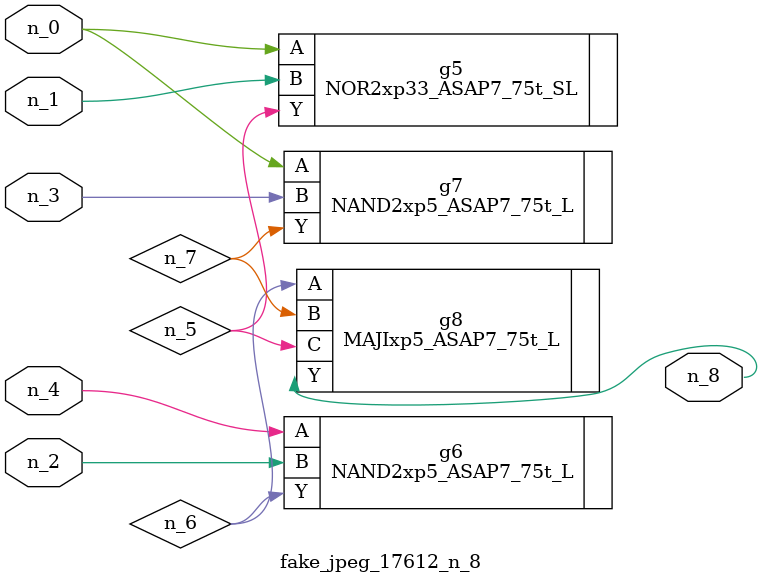
<source format=v>
module fake_jpeg_17612_n_8 (n_3, n_2, n_1, n_0, n_4, n_8);

input n_3;
input n_2;
input n_1;
input n_0;
input n_4;

output n_8;

wire n_6;
wire n_5;
wire n_7;

NOR2xp33_ASAP7_75t_SL g5 ( 
.A(n_0),
.B(n_1),
.Y(n_5)
);

NAND2xp5_ASAP7_75t_L g6 ( 
.A(n_4),
.B(n_2),
.Y(n_6)
);

NAND2xp5_ASAP7_75t_L g7 ( 
.A(n_0),
.B(n_3),
.Y(n_7)
);

MAJIxp5_ASAP7_75t_L g8 ( 
.A(n_6),
.B(n_7),
.C(n_5),
.Y(n_8)
);


endmodule
</source>
